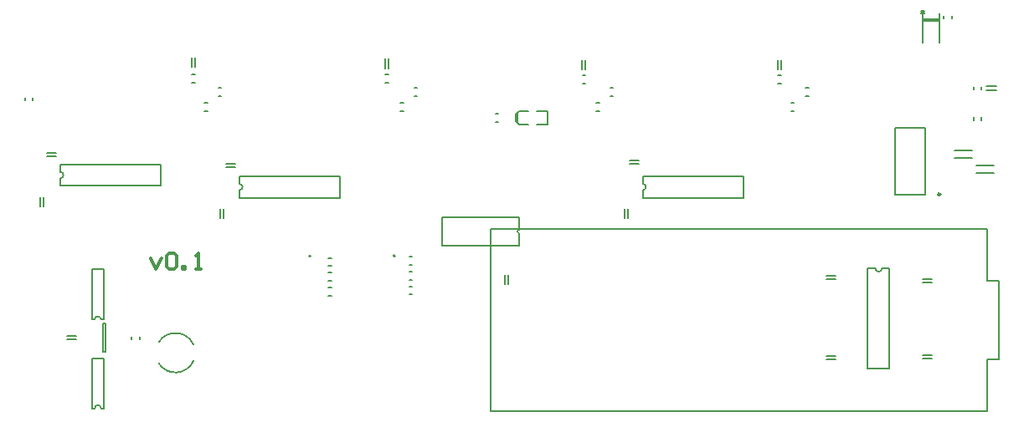
<source format=gto>
G04 Layer_Color=65535*
%FSLAX24Y24*%
%MOIN*%
G70*
G01*
G75*
%ADD36C,0.0118*%
%ADD50C,0.0079*%
%ADD51C,0.0098*%
%ADD52C,0.0050*%
D36*
X5512Y6128D02*
X5722Y5709D01*
X5932Y6128D01*
X6142Y6233D02*
X6246Y6338D01*
X6456D01*
X6561Y6233D01*
Y5814D01*
X6456Y5709D01*
X6246D01*
X6142Y5814D01*
Y6233D01*
X6771Y5709D02*
Y5814D01*
X6876D01*
Y5709D01*
X6771D01*
X7296D02*
X7506D01*
X7401D01*
Y6338D01*
X7296Y6233D01*
D50*
X3534Y3687D02*
G03*
X3284Y3687I-125J0D01*
G01*
X3534Y144D02*
G03*
X3284Y144I-125J0D01*
G01*
X5832Y1939D02*
G03*
X7212Y2035I664J423D01*
G01*
Y2690D02*
G03*
X5832Y2785I-716J-327D01*
G01*
X15236Y6220D02*
G03*
X15236Y6220I-39J0D01*
G01*
X11890D02*
G03*
X11890Y6220I-39J0D01*
G01*
X34363Y5722D02*
G03*
X34613Y5722I125J0D01*
G01*
X20167Y7269D02*
G03*
X20167Y7141I0J-64D01*
G01*
X25104Y8851D02*
G03*
X25104Y9101I0J125D01*
G01*
X9041Y8851D02*
G03*
X9041Y9101I0J125D01*
G01*
X1915Y9324D02*
G03*
X1915Y9574I0J125D01*
G01*
X38819Y39D02*
Y2087D01*
Y5236D02*
Y7283D01*
Y2087D02*
X39291D01*
X38819Y5236D02*
X39291D01*
Y2087D02*
Y5236D01*
X19055Y39D02*
X38819D01*
X19055D02*
Y7283D01*
X38819D01*
X3616Y3533D02*
X3715D01*
Y2411D02*
Y3533D01*
X3616Y2411D02*
X3715D01*
X3616D02*
Y3533D01*
X3534Y3687D02*
X3652D01*
X3167D02*
X3284D01*
X3167D02*
Y5687D01*
X3652D01*
Y3687D02*
Y5687D01*
X3534Y144D02*
X3652D01*
X3167D02*
X3284D01*
X3167D02*
Y2144D01*
X3652D01*
Y144D02*
Y2144D01*
X34059Y1722D02*
Y5722D01*
Y1722D02*
X34917D01*
Y5722D01*
X34613D02*
X34917D01*
X34059D02*
X34363D01*
X20167Y6648D02*
Y7141D01*
Y7269D02*
Y7762D01*
X17096D02*
X20167D01*
X17096Y6648D02*
X20167D01*
X17096D02*
Y7762D01*
X35138Y8681D02*
X36358D01*
Y11319D01*
X35138Y8681D02*
Y11319D01*
X36358D01*
X29104Y8547D02*
Y9406D01*
X25104Y8547D02*
X29104D01*
X25104Y9406D02*
X29104D01*
X25104Y8547D02*
Y8851D01*
Y9101D02*
Y9406D01*
X13041Y8547D02*
Y9406D01*
X9041Y8547D02*
X13041D01*
X9041Y9406D02*
X13041D01*
X9041Y8547D02*
Y8851D01*
Y9101D02*
Y9406D01*
X5915Y9020D02*
Y9878D01*
X1915Y9020D02*
X5915D01*
X1915Y9878D02*
X5915D01*
X1915Y9020D02*
Y9324D01*
Y9574D02*
Y9878D01*
D51*
X36949Y8681D02*
G03*
X36949Y8681I-49J0D01*
G01*
D52*
X5081Y2893D02*
Y3013D01*
X4761Y2893D02*
Y3013D01*
X2175Y2883D02*
X2550D01*
X2175Y3023D02*
X2550D01*
X14851Y13710D02*
Y14085D01*
X14991Y13710D02*
Y14085D01*
X36230Y2135D02*
X36605D01*
X36230Y2275D02*
X36605D01*
X36230Y5166D02*
X36605D01*
X36230Y5306D02*
X36605D01*
X32411Y2235D02*
X32786D01*
X32411Y2095D02*
X32786D01*
X32411Y5284D02*
X32786D01*
X32411Y5424D02*
X32786D01*
X19615Y5088D02*
Y5463D01*
X19755Y5088D02*
Y5463D01*
X37529Y10118D02*
X38219D01*
X37529Y10433D02*
X38219D01*
X38789Y12983D02*
X39164D01*
X38789Y12843D02*
X39164D01*
X30481Y13671D02*
Y14046D01*
X30621Y13671D02*
Y14046D01*
X22686Y13671D02*
Y14046D01*
X22826Y13671D02*
Y14046D01*
X7135Y13750D02*
Y14124D01*
X7275Y13750D02*
Y14124D01*
X24379Y7726D02*
Y8101D01*
X24519Y7726D02*
Y8101D01*
X24576Y10031D02*
X24951D01*
X24576Y9891D02*
X24951D01*
X8276Y7726D02*
Y8101D01*
X8416Y7726D02*
Y8101D01*
X8513Y9913D02*
X8888D01*
X8513Y9773D02*
X8888D01*
X1111Y8198D02*
Y8573D01*
X1251Y8198D02*
Y8573D01*
X1387Y10346D02*
X1762D01*
X1387Y10206D02*
X1762D01*
X36909Y14744D02*
Y15886D01*
X36181D02*
X36299D01*
X36181Y16004D02*
X36299D01*
X36240Y15886D02*
Y16004D01*
X36299Y15886D01*
X36240Y14745D02*
Y15886D01*
X36181D02*
X36240Y16004D01*
Y15630D02*
X36909D01*
X36240Y15669D02*
X36909D01*
X36240Y15591D02*
X36909D01*
X21319Y11467D02*
Y11998D01*
X20886D02*
X21319D01*
X20886Y11467D02*
X21319D01*
X20177Y11998D02*
X20531D01*
X20098Y11919D02*
X20177Y11998D01*
X20049Y11870D02*
X20108Y11929D01*
X20098Y11545D02*
Y11919D01*
X20049Y11594D02*
Y11870D01*
X20177Y11467D02*
X20531D01*
X20049Y11594D02*
X20118Y11526D01*
X20098Y11545D02*
X20177Y11467D01*
X12578Y4963D02*
X12698D01*
X12578Y4643D02*
X12698D01*
X12578Y6144D02*
X12698D01*
X12578Y5824D02*
X12698D01*
X12578Y5554D02*
X12698D01*
X12578Y5234D02*
X12698D01*
X15806Y5003D02*
X15926D01*
X15806Y4683D02*
X15926D01*
X15806Y6184D02*
X15926D01*
X15806Y5864D02*
X15926D01*
X15806Y5593D02*
X15926D01*
X15806Y5273D02*
X15926D01*
X37084Y15688D02*
Y15808D01*
X37404Y15688D02*
Y15808D01*
X19231Y11892D02*
X19351D01*
X19231Y11572D02*
X19351D01*
X31594Y12596D02*
X31714D01*
X31594Y12916D02*
X31714D01*
X38585Y11633D02*
Y11753D01*
X38265Y11633D02*
Y11753D01*
X38585Y12853D02*
Y12973D01*
X38265Y12853D02*
Y12973D01*
X23798Y12596D02*
X23918D01*
X23798Y12916D02*
X23918D01*
X31003Y12005D02*
X31123D01*
X31003Y12325D02*
X31123D01*
X30491Y13108D02*
X30611D01*
X30491Y13428D02*
X30611D01*
X16003Y12596D02*
X16123D01*
X16003Y12916D02*
X16123D01*
X23247Y12005D02*
X23367D01*
X23247Y12325D02*
X23367D01*
X22696Y13108D02*
X22816D01*
X22696Y13428D02*
X22816D01*
X8208Y12596D02*
X8328D01*
X8208Y12916D02*
X8328D01*
X15452Y12005D02*
X15572D01*
X15452Y12325D02*
X15572D01*
X14861Y13147D02*
X14981D01*
X14861Y13467D02*
X14981D01*
X829Y12420D02*
Y12540D01*
X509Y12420D02*
Y12540D01*
X7657Y12005D02*
X7777D01*
X7657Y12325D02*
X7777D01*
X7145Y13147D02*
X7265D01*
X7145Y13467D02*
X7265D01*
X38395Y9843D02*
X39085D01*
X38395Y9528D02*
X39085D01*
M02*

</source>
